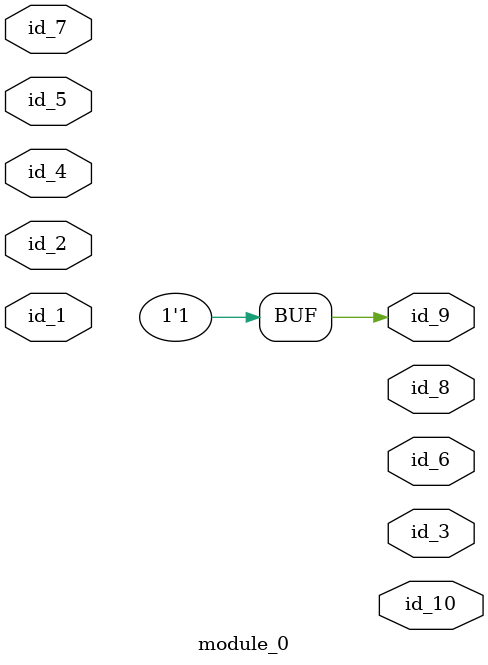
<source format=v>
`timescale 1 ps / 1ps
module module_0 (
    id_1,
    id_2,
    id_3,
    id_4,
    id_5,
    id_6,
    id_7,
    id_8,
    id_9,
    id_10
);
  output id_10;
  output id_9;
  output id_8;
  input id_7;
  output id_6;
  inout id_5;
  input id_4;
  output id_3;
  input id_2;
  inout id_1;
  assign id_9 = 1;
endmodule

</source>
